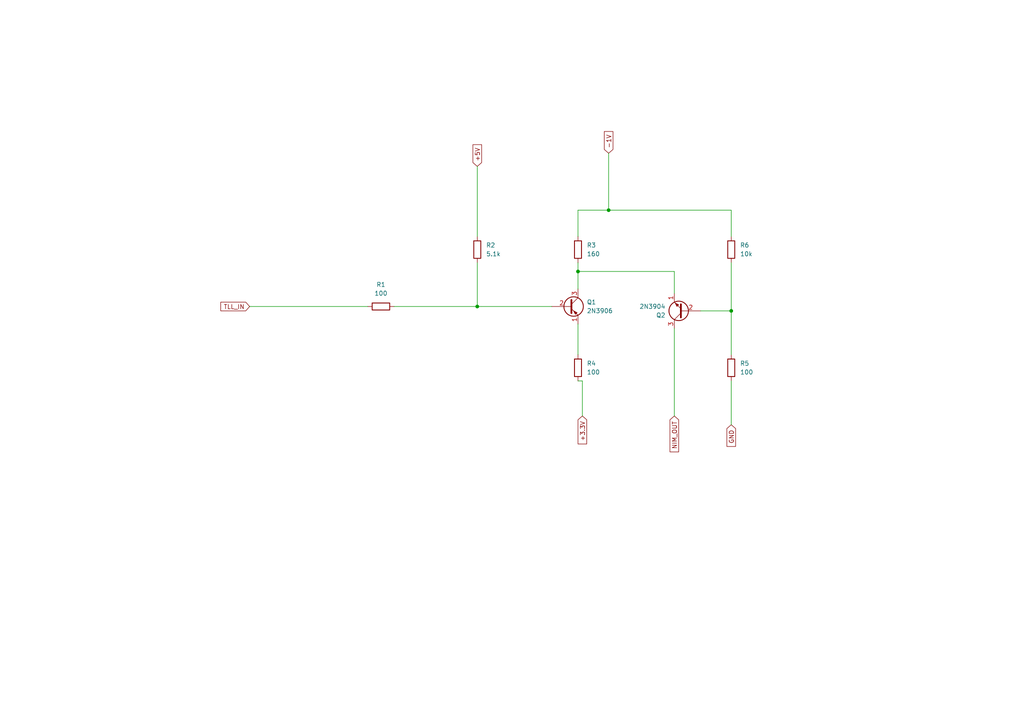
<source format=kicad_sch>
(kicad_sch (version 20230121) (generator eeschema)
  (paper "A4")
  (lib_symbols
    (symbol "Device:R" (pin_numbers hide) (pin_names (offset 0))
      (property "Reference" "R" (at 2.032 0 90))
      (property "Value" "R" (at 0 0 90))
      (symbol "R_0_1"
        (rectangle (start -1.016 -2.54) (end 1.016 2.54) (stroke (width 0.254)))
      )
      (symbol "R_1_1"
        (pin passive line (at 0 3.81 270) (length 1.27) (name "~") (number "1"))
        (pin passive line (at 0 -3.81 90) (length 1.27) (name "~") (number "2"))
      )
    )
    (symbol "Transistor_BJT:2N3904" (pin_names (offset 0) hide)
      (property "Reference" "Q" (at 5.08 1.905 0))
      (property "Value" "2N3904" (at 5.08 0 0))
      (symbol "2N3904_0_1"
        (polyline (pts (xy 0.635 0.635) (xy 2.54 2.54)))
        (polyline (pts (xy 0.635 -0.635) (xy 2.54 -2.54) (xy 2.54 -2.54)))
        (polyline (pts (xy 0.635 1.905) (xy 0.635 -1.905) (xy 0.635 -1.905)) (stroke (width 0.508)))
        (polyline (pts (xy 1.27 -1.778) (xy 1.778 -1.27) (xy 2.286 -2.286) (xy 1.27 -1.778) (xy 1.27 -1.778)) (fill (type outline)))
        (circle (center 1.27 0) (radius 2.8194) (stroke (width 0.254)))
      )
      (symbol "2N3904_1_1"
        (pin passive line (at 2.54 -5.08 90) (length 2.54) (name "E") (number "1"))
        (pin passive line (at -5.08 0 0) (length 5.715) (name "B") (number "2"))
        (pin passive line (at 2.54 5.08 270) (length 2.54) (name "C") (number "3"))
      )
    )
    (symbol "Transistor_BJT:2N3906" (pin_names (offset 0) hide)
      (property "Reference" "Q" (at 5.08 1.905 0))
      (property "Value" "2N3906" (at 5.08 0 0))
      (symbol "2N3906_0_1"
        (polyline (pts (xy 0.635 0.635) (xy 2.54 2.54)))
        (polyline (pts (xy 0.635 -0.635) (xy 2.54 -2.54) (xy 2.54 -2.54)))
        (polyline (pts (xy 0.635 1.905) (xy 0.635 -1.905) (xy 0.635 -1.905)) (stroke (width 0.508)))
        (polyline (pts (xy 2.286 -1.778) (xy 1.778 -2.286) (xy 1.27 -1.27) (xy 2.286 -1.778) (xy 2.286 -1.778)) (fill (type outline)))
        (circle (center 1.27 0) (radius 2.8194) (stroke (width 0.254)))
      )
      (symbol "2N3906_1_1"
        (pin passive line (at 2.54 -5.08 90) (length 2.54) (name "E") (number "1"))
        (pin input line (at -5.08 0 0) (length 5.715) (name "B") (number "2"))
        (pin passive line (at 2.54 5.08 270) (length 2.54) (name "C") (number "3"))
      )
    )
  )
  (junction (at 138.43 88.9))
  (junction (at 212.09 90.17))
  (junction (at 167.64 78.74))
  (junction (at 176.53 60.96))
  (wire (pts (xy 167.64 78.74) (xy 167.64 83.82)))
  (wire (pts (xy 167.64 76.2) (xy 167.64 78.74)))
  (wire (pts (xy 138.43 76.2) (xy 138.43 88.9)))
  (wire (pts (xy 167.64 68.58) (xy 167.64 60.96)))
  (wire (pts (xy 167.64 60.96) (xy 176.53 60.96)))
  (wire (pts (xy 168.91 120.65) (xy 168.91 110.49)))
  (wire (pts (xy 72.39 88.9) (xy 106.68 88.9)))
  (wire (pts (xy 167.64 93.98) (xy 167.64 102.87)))
  (wire (pts (xy 168.91 110.49) (xy 167.64 110.49)))
  (wire (pts (xy 114.3 88.9) (xy 138.43 88.9)))
  (wire (pts (xy 212.09 76.2) (xy 212.09 90.17)))
  (wire (pts (xy 195.58 85.09) (xy 195.58 78.74)))
  (wire (pts (xy 195.58 95.25) (xy 195.58 120.65)))
  (wire (pts (xy 176.53 60.96) (xy 212.09 60.96)))
  (wire (pts (xy 138.43 48.26) (xy 138.43 68.58)))
  (wire (pts (xy 138.43 88.9) (xy 160.02 88.9)))
  (wire (pts (xy 195.58 78.74) (xy 167.64 78.74)))
  (wire (pts (xy 212.09 60.96) (xy 212.09 68.58)))
  (wire (pts (xy 203.2 90.17) (xy 212.09 90.17)))
  (wire (pts (xy 212.09 90.17) (xy 212.09 102.87)))
  (wire (pts (xy 212.09 110.49) (xy 212.09 123.19)))
  (wire (pts (xy 176.53 44.45) (xy 176.53 60.96)))
  (global_label "+3.3V" (shape input) (at 168.91 120.65 270) (property "Intersheetrefs" "${INTERSHEET_REFS}" (effects hide)))
  (global_label "-1V" (shape input) (at 176.53 44.45 90) (property "Intersheetrefs" "${INTERSHEET_REFS}" (effects hide)))
  (global_label "+5V" (shape input) (at 138.43 48.26 90) (property "Intersheetrefs" "${INTERSHEET_REFS}" (effects hide)))
  (global_label "GND" (shape input) (at 212.09 123.19 270) (property "Intersheetrefs" "${INTERSHEET_REFS}" (effects hide)))
  (global_label "NIM_OUT" (shape input) (at 195.58 120.65 270) (property "Intersheetrefs" "${INTERSHEET_REFS}" (effects hide)))
  (global_label "TLL_IN" (shape input) (at 72.39 88.9 180) (property "Intersheetrefs" "${INTERSHEET_REFS}" (effects hide)))
  (symbol (lib_id "Transistor_BJT:2N3904") (at 198.12 90.17 180) (unit 1)
    (property "Reference" "Q2" (at 193.04 91.44 0) (effects (justify left)))
    (property "Value" "2N3904" (at 193.04 88.9 0) (effects (justify left)))
    (property "Footprint" "Package_TO_SOT_THT:TO-92_Inline" (effects hide))
    (property "Datasheet" "https://www.onsemi.com/pub/Collateral/2N3903-D.PDF" (effects hide))
    (property "Sim.Device" "NPN" (effects hide))
    (property "Sim.Type" "VBIC" (effects hide))
    (property "Sim.Pins" "1=C 2=B 3=E" (effects hide))
    (instances (project "RF_Coverter" (path "" (reference "Q2") (unit 1)) (path "" (reference "Q2") (unit 1)) (path "" (reference "Q4") (unit 1)) (path "" (reference "Q6") (unit 1)) (path "" (reference "Q8") (unit 1)) (path "" (reference "Q10") (unit 1)) (path "" (reference "Q12") (unit 1)) (path "" (reference "Q14") (unit 1)) (path "" (reference "Q16") (unit 1))))
  )
  (symbol (lib_id "Transistor_BJT:2N3906") (at 165.1 88.9 0) (unit 1)
    (property "Reference" "Q1" (at 170.18 87.63 0) (effects (justify left)))
    (property "Value" "2N3906" (at 170.18 90.17 0) (effects (justify left)))
    (property "Footprint" "Package_TO_SOT_THT:TO-92_Inline" (effects hide))
    (property "Datasheet" "https://www.onsemi.com/pub/Collateral/2N3906-D.PDF" (effects hide))
    (property "Sim.Device" "PNP" (effects hide))
    (property "Sim.Type" "VBIC" (effects hide))
    (property "Sim.Pins" "1=C 2=B 3=E" (effects hide))
    (instances (project "RF_Coverter" (path "" (reference "Q1") (unit 1)) (path "" (reference "Q1") (unit 1)) (path "" (reference "Q3") (unit 1)) (path "" (reference "Q5") (unit 1)) (path "" (reference "Q7") (unit 1)) (path "" (reference "Q9") (unit 1)) (path "" (reference "Q11") (unit 1)) (path "" (reference "Q13") (unit 1)) (path "" (reference "Q15") (unit 1))))
  )
  (symbol (lib_id "Device:R") (at 138.43 72.39 0) (unit 1)
    (property "Reference" "R2" (at 140.97 71.12 0) (effects (justify left)))
    (property "Value" "5.1k" (at 140.97 73.66 0) (effects (justify left)))
    (property "Footprint" "Resistor_THT:R_Axial_DIN0207_L6.3mm_D2.5mm_P10.16mm_Horizontal" (effects hide))
    (instances (project "RF_Coverter" (path "" (reference "R2") (unit 1)) (path "" (reference "R7") (unit 1)) (path "" (reference "R24") (unit 1)) (path "" (reference "R30") (unit 1)) (path "" (reference "R36") (unit 1)) (path "" (reference "R42") (unit 1)) (path "" (reference "R48") (unit 1)) (path "" (reference "R54") (unit 1)) (path "" (reference "R60") (unit 1))))
  )
  (symbol (lib_id "Device:R") (at 167.64 106.68 0) (unit 1)
    (property "Reference" "R4" (at 170.18 105.41 0) (effects (justify left)))
    (property "Value" "100" (at 170.18 107.95 0) (effects (justify left)))
    (property "Footprint" "Resistor_SMD:R_2512_6332Metric" (effects hide))
    (instances (project "RF_Coverter" (path "" (reference "R4") (unit 1)) (path "" (reference "R9") (unit 1)) (path "" (reference "R26") (unit 1)) (path "" (reference "R32") (unit 1)) (path "" (reference "R38") (unit 1)) (path "" (reference "R44") (unit 1)) (path "" (reference "R50") (unit 1)) (path "" (reference "R56") (unit 1)) (path "" (reference "R62") (unit 1))))
  )
  (symbol (lib_id "Device:R") (at 167.64 72.39 0) (unit 1)
    (property "Reference" "R3" (at 170.18 71.12 0) (effects (justify left)))
    (property "Value" "160" (at 170.18 73.66 0) (effects (justify left)))
    (property "Footprint" "Resistor_THT:R_Axial_DIN0204_L3.6mm_D1.6mm_P5.08mm_Horizontal" (effects hide))
    (instances (project "RF_Coverter" (path "" (reference "R3") (unit 1)) (path "" (reference "R8") (unit 1)) (path "" (reference "R25") (unit 1)) (path "" (reference "R31") (unit 1)) (path "" (reference "R37") (unit 1)) (path "" (reference "R43") (unit 1)) (path "" (reference "R49") (unit 1)) (path "" (reference "R55") (unit 1)) (path "" (reference "R61") (unit 1))))
  )
  (symbol (lib_id "Device:R") (at 110.49 88.9 90) (unit 1)
    (property "Reference" "R1" (at 110.49 82.55 90))
    (property "Value" "100" (at 110.49 85.09 90))
    (property "Footprint" "Resistor_SMD:R_2512_6332Metric" (effects hide))
    (instances (project "RF_Coverter" (path "" (reference "R1") (unit 1)) (path "" (reference "R6") (unit 1)) (path "" (reference "R23") (unit 1)) (path "" (reference "R29") (unit 1)) (path "" (reference "R35") (unit 1)) (path "" (reference "R41") (unit 1)) (path "" (reference "R47") (unit 1)) (path "" (reference "R53") (unit 1)) (path "" (reference "R59") (unit 1))))
  )
  (symbol (lib_id "Device:R") (at 212.09 72.39 0) (unit 1)
    (property "Reference" "R6" (at 214.63 71.12 0) (effects (justify left)))
    (property "Value" "10k" (at 214.63 73.66 0) (effects (justify left)))
    (property "Footprint" "Resistor_SMD:R_2512_6332Metric" (effects hide))
    (instances (project "RF_Coverter" (path "" (reference "R6") (unit 1)) (path "" (reference "R10") (unit 1)) (path "" (reference "R27") (unit 1)) (path "" (reference "R33") (unit 1)) (path "" (reference "R39") (unit 1)) (path "" (reference "R45") (unit 1)) (path "" (reference "R51") (unit 1)) (path "" (reference "R57") (unit 1)) (path "" (reference "R63") (unit 1))))
  )
  (symbol (lib_id "Device:R") (at 212.09 106.68 0) (unit 1)
    (property "Reference" "R5" (at 214.63 105.41 0) (effects (justify left)))
    (property "Value" "100" (at 214.63 107.95 0) (effects (justify left)))
    (property "Footprint" "Resistor_SMD:R_2512_6332Metric" (effects hide))
    (instances (project "RF_Coverter" (path "" (reference "R5") (unit 1)) (path "" (reference "R11") (unit 1)) (path "" (reference "R28") (unit 1)) (path "" (reference "R34") (unit 1)) (path "" (reference "R40") (unit 1)) (path "" (reference "R46") (unit 1)) (path "" (reference "R52") (unit 1)) (path "" (reference "R58") (unit 1)) (path "" (reference "R64") (unit 1))))
  )
)
</source>
